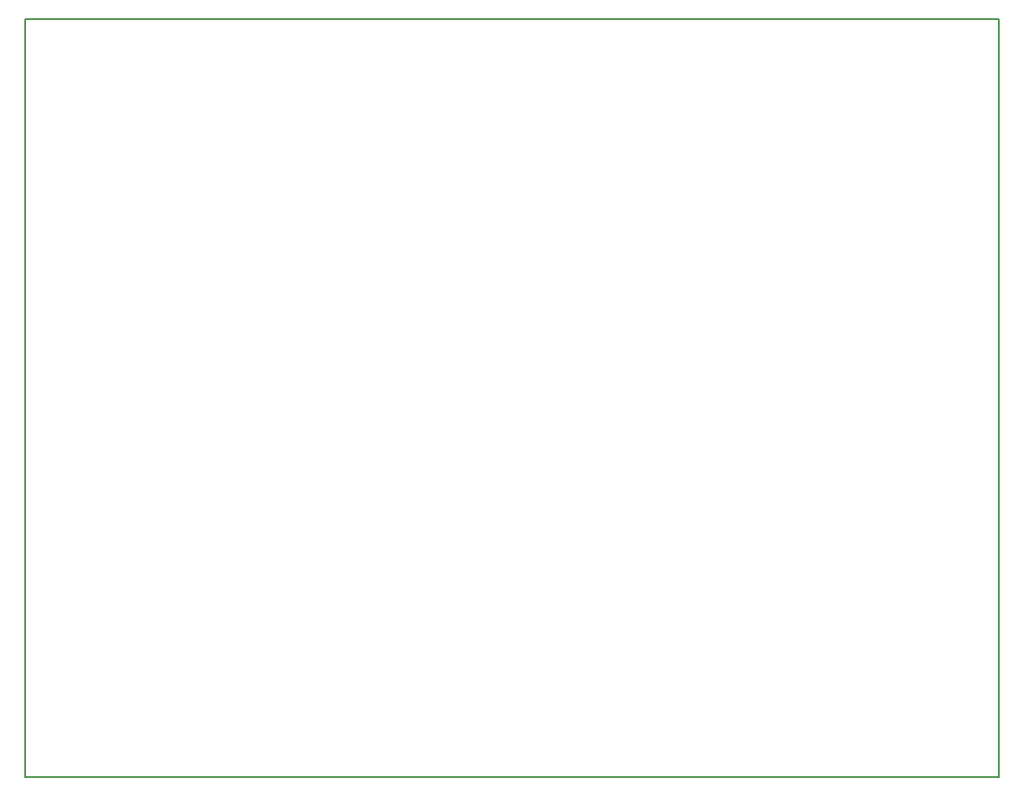
<source format=gbr>
G04 #@! TF.GenerationSoftware,KiCad,Pcbnew,(5.1.2)-1*
G04 #@! TF.CreationDate,2019-05-30T03:48:06-07:00*
G04 #@! TF.ProjectId,dsp2,64737032-2e6b-4696-9361-645f70636258,rev?*
G04 #@! TF.SameCoordinates,Original*
G04 #@! TF.FileFunction,Profile,NP*
%FSLAX46Y46*%
G04 Gerber Fmt 4.6, Leading zero omitted, Abs format (unit mm)*
G04 Created by KiCad (PCBNEW (5.1.2)-1) date 2019-05-30 03:48:07*
%MOMM*%
%LPD*%
G04 APERTURE LIST*
%ADD10C,0.150000*%
G04 APERTURE END LIST*
D10*
X59000000Y-90000000D02*
X59000000Y-16000000D01*
X154000000Y-90000000D02*
X59000000Y-90000000D01*
X154000000Y-16000000D02*
X154000000Y-90000000D01*
X59000000Y-16000000D02*
X154000000Y-16000000D01*
M02*

</source>
